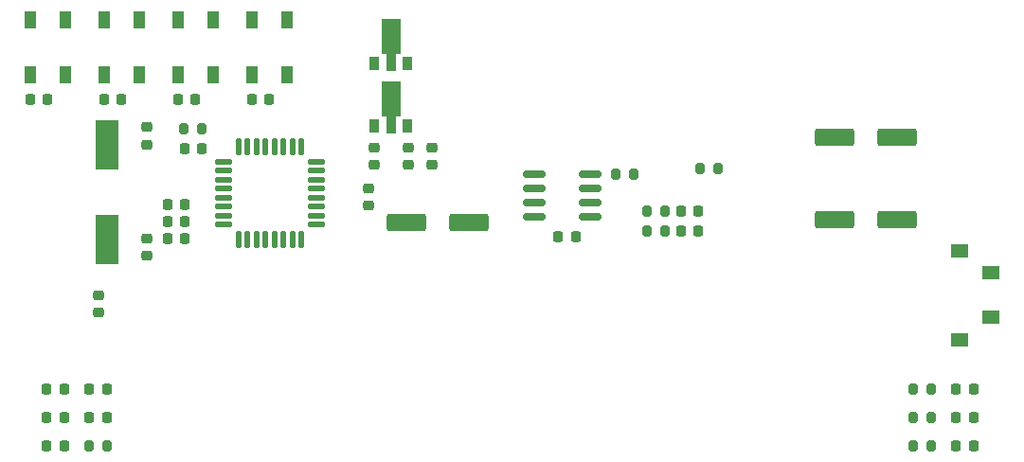
<source format=gbr>
%TF.GenerationSoftware,KiCad,Pcbnew,(6.0.0)*%
%TF.CreationDate,2022-03-21T15:06:36+09:00*%
%TF.ProjectId,MotorDriver base unit,4d6f746f-7244-4726-9976-657220626173,rev?*%
%TF.SameCoordinates,Original*%
%TF.FileFunction,Paste,Top*%
%TF.FilePolarity,Positive*%
%FSLAX46Y46*%
G04 Gerber Fmt 4.6, Leading zero omitted, Abs format (unit mm)*
G04 Created by KiCad (PCBNEW (6.0.0)) date 2022-03-21 15:06:36*
%MOMM*%
%LPD*%
G01*
G04 APERTURE LIST*
G04 Aperture macros list*
%AMRoundRect*
0 Rectangle with rounded corners*
0 $1 Rounding radius*
0 $2 $3 $4 $5 $6 $7 $8 $9 X,Y pos of 4 corners*
0 Add a 4 corners polygon primitive as box body*
4,1,4,$2,$3,$4,$5,$6,$7,$8,$9,$2,$3,0*
0 Add four circle primitives for the rounded corners*
1,1,$1+$1,$2,$3*
1,1,$1+$1,$4,$5*
1,1,$1+$1,$6,$7*
1,1,$1+$1,$8,$9*
0 Add four rect primitives between the rounded corners*
20,1,$1+$1,$2,$3,$4,$5,0*
20,1,$1+$1,$4,$5,$6,$7,0*
20,1,$1+$1,$6,$7,$8,$9,0*
20,1,$1+$1,$8,$9,$2,$3,0*%
%AMFreePoly0*
4,1,9,3.862500,-0.866500,0.737500,-0.866500,0.737500,-0.450000,-0.737500,-0.450000,-0.737500,0.450000,0.737500,0.450000,0.737500,0.866500,3.862500,0.866500,3.862500,-0.866500,3.862500,-0.866500,$1*%
G04 Aperture macros list end*
%ADD10RoundRect,0.250000X-1.500000X-0.550000X1.500000X-0.550000X1.500000X0.550000X-1.500000X0.550000X0*%
%ADD11RoundRect,0.225000X0.250000X-0.225000X0.250000X0.225000X-0.250000X0.225000X-0.250000X-0.225000X0*%
%ADD12RoundRect,0.225000X-0.225000X-0.250000X0.225000X-0.250000X0.225000X0.250000X-0.225000X0.250000X0*%
%ADD13RoundRect,0.225000X0.225000X0.250000X-0.225000X0.250000X-0.225000X-0.250000X0.225000X-0.250000X0*%
%ADD14RoundRect,0.225000X-0.250000X0.225000X-0.250000X-0.225000X0.250000X-0.225000X0.250000X0.225000X0*%
%ADD15RoundRect,0.218750X0.218750X0.256250X-0.218750X0.256250X-0.218750X-0.256250X0.218750X-0.256250X0*%
%ADD16R,1.000000X1.500000*%
%ADD17RoundRect,0.218750X-0.218750X-0.256250X0.218750X-0.256250X0.218750X0.256250X-0.218750X0.256250X0*%
%ADD18RoundRect,0.200000X-0.200000X-0.275000X0.200000X-0.275000X0.200000X0.275000X-0.200000X0.275000X0*%
%ADD19RoundRect,0.200000X0.200000X0.275000X-0.200000X0.275000X-0.200000X-0.275000X0.200000X-0.275000X0*%
%ADD20RoundRect,0.125000X-0.625000X-0.125000X0.625000X-0.125000X0.625000X0.125000X-0.625000X0.125000X0*%
%ADD21RoundRect,0.125000X-0.125000X-0.625000X0.125000X-0.625000X0.125000X0.625000X-0.125000X0.625000X0*%
%ADD22R,2.000000X4.500000*%
%ADD23RoundRect,0.150000X-0.825000X-0.150000X0.825000X-0.150000X0.825000X0.150000X-0.825000X0.150000X0*%
%ADD24R,0.900000X1.300000*%
%ADD25FreePoly0,90.000000*%
%ADD26R,1.600000X1.200000*%
G04 APERTURE END LIST*
D10*
%TO.C,C3*%
X108331000Y-35941000D03*
X113931000Y-35941000D03*
%TD*%
%TO.C,C4*%
X108331000Y-43307000D03*
X113931000Y-43307000D03*
%TD*%
D11*
%TO.C,C5*%
X66675000Y-42050000D03*
X66675000Y-40500000D03*
%TD*%
D10*
%TO.C,C7*%
X70104000Y-43561000D03*
X75704000Y-43561000D03*
%TD*%
D12*
%TO.C,C9*%
X48742000Y-43434000D03*
X50292000Y-43434000D03*
%TD*%
%TO.C,C10*%
X48742000Y-44958000D03*
X50292000Y-44958000D03*
%TD*%
D13*
%TO.C,C12*%
X51816000Y-36957000D03*
X50266000Y-36957000D03*
%TD*%
D12*
%TO.C,C14*%
X36449000Y-32512000D03*
X37999000Y-32512000D03*
%TD*%
%TO.C,C15*%
X43053000Y-32512000D03*
X44603000Y-32512000D03*
%TD*%
D14*
%TO.C,C16*%
X46863000Y-44958000D03*
X46863000Y-46508000D03*
%TD*%
D11*
%TO.C,C17*%
X42545000Y-51575000D03*
X42545000Y-50025000D03*
%TD*%
D12*
%TO.C,C18*%
X49657000Y-32512000D03*
X51207000Y-32512000D03*
%TD*%
D11*
%TO.C,C19*%
X46863000Y-36576000D03*
X46863000Y-35026000D03*
%TD*%
D12*
%TO.C,C20*%
X56261000Y-32512000D03*
X57811000Y-32512000D03*
%TD*%
D15*
%TO.C,D1*%
X120802500Y-60960000D03*
X119227500Y-60960000D03*
%TD*%
%TO.C,D2*%
X120802500Y-58420000D03*
X119227500Y-58420000D03*
%TD*%
D16*
%TO.C,D4*%
X36449000Y-30300000D03*
X39649000Y-30300000D03*
X39649000Y-25400000D03*
X36449000Y-25400000D03*
%TD*%
D17*
%TO.C,D6*%
X94615000Y-44323000D03*
X96190000Y-44323000D03*
%TD*%
D16*
%TO.C,D7*%
X43053000Y-30300000D03*
X46253000Y-30300000D03*
X46253000Y-25400000D03*
X43053000Y-25400000D03*
%TD*%
D17*
%TO.C,D8*%
X94615000Y-42545000D03*
X96190000Y-42545000D03*
%TD*%
D16*
%TO.C,D10*%
X49657000Y-30300000D03*
X52857000Y-30300000D03*
X52857000Y-25400000D03*
X49657000Y-25400000D03*
%TD*%
%TO.C,D13*%
X56261000Y-30300000D03*
X59461000Y-30300000D03*
X59461000Y-25400000D03*
X56261000Y-25400000D03*
%TD*%
D17*
%TO.C,FB1*%
X48717000Y-41910000D03*
X50292000Y-41910000D03*
%TD*%
D18*
%TO.C,R1*%
X115380000Y-60960000D03*
X117030000Y-60960000D03*
%TD*%
%TO.C,R2*%
X115380000Y-58420000D03*
X117030000Y-58420000D03*
%TD*%
%TO.C,R5*%
X91567000Y-44323000D03*
X93217000Y-44323000D03*
%TD*%
%TO.C,R6*%
X91567000Y-42545000D03*
X93217000Y-42545000D03*
%TD*%
%TO.C,R10*%
X88773000Y-39243000D03*
X90423000Y-39243000D03*
%TD*%
D19*
%TO.C,R15*%
X51816000Y-35179000D03*
X50166000Y-35179000D03*
%TD*%
D20*
%TO.C,U2*%
X53731000Y-38110000D03*
X53731000Y-38910000D03*
X53731000Y-39710000D03*
X53731000Y-40510000D03*
X53731000Y-41310000D03*
X53731000Y-42110000D03*
X53731000Y-42910000D03*
X53731000Y-43710000D03*
D21*
X55106000Y-45085000D03*
X55906000Y-45085000D03*
X56706000Y-45085000D03*
X57506000Y-45085000D03*
X58306000Y-45085000D03*
X59106000Y-45085000D03*
X59906000Y-45085000D03*
X60706000Y-45085000D03*
D20*
X62081000Y-43710000D03*
X62081000Y-42910000D03*
X62081000Y-42110000D03*
X62081000Y-41310000D03*
X62081000Y-40510000D03*
X62081000Y-39710000D03*
X62081000Y-38910000D03*
X62081000Y-38110000D03*
D21*
X60706000Y-36735000D03*
X59906000Y-36735000D03*
X59106000Y-36735000D03*
X58306000Y-36735000D03*
X57506000Y-36735000D03*
X56706000Y-36735000D03*
X55906000Y-36735000D03*
X55106000Y-36735000D03*
%TD*%
D22*
%TO.C,Y1*%
X43307000Y-45076000D03*
X43307000Y-36576000D03*
%TD*%
D12*
%TO.C,C13*%
X83680000Y-44831000D03*
X85230000Y-44831000D03*
%TD*%
D23*
%TO.C,U4*%
X81537000Y-39243000D03*
X81537000Y-40513000D03*
X81537000Y-41783000D03*
X81537000Y-43053000D03*
X86487000Y-43053000D03*
X86487000Y-41783000D03*
X86487000Y-40513000D03*
X86487000Y-39243000D03*
%TD*%
D24*
%TO.C,U1*%
X67207000Y-29336000D03*
D25*
X68707000Y-29248500D03*
D24*
X70207000Y-29336000D03*
%TD*%
D14*
%TO.C,C8*%
X70231000Y-36830000D03*
X70231000Y-38380000D03*
%TD*%
%TO.C,C11*%
X67183000Y-36830000D03*
X67183000Y-38380000D03*
%TD*%
D24*
%TO.C,U3*%
X67207000Y-34924000D03*
D25*
X68707000Y-34836500D03*
D24*
X70207000Y-34924000D03*
%TD*%
D17*
%TO.C,D51*%
X37947500Y-60960000D03*
X39522500Y-60960000D03*
%TD*%
%TO.C,D52*%
X37947500Y-58420000D03*
X39522500Y-58420000D03*
%TD*%
D15*
%TO.C,R65*%
X43332500Y-60960000D03*
X41757500Y-60960000D03*
%TD*%
%TO.C,R66*%
X43332500Y-58420000D03*
X41757500Y-58420000D03*
%TD*%
D19*
%TO.C,R69*%
X97980000Y-38735000D03*
X96330000Y-38735000D03*
%TD*%
D26*
%TO.C,SW2*%
X119507000Y-54038000D03*
X122307000Y-52038000D03*
X122307000Y-48038000D03*
X119507000Y-46038000D03*
%TD*%
D17*
%TO.C,D3*%
X37947500Y-63500000D03*
X39522500Y-63500000D03*
%TD*%
D15*
%TO.C,D5*%
X120802500Y-63500000D03*
X119227500Y-63500000D03*
%TD*%
D19*
%TO.C,R3*%
X43370000Y-63500000D03*
X41720000Y-63500000D03*
%TD*%
D18*
%TO.C,R4*%
X115380000Y-63500000D03*
X117030000Y-63500000D03*
%TD*%
D14*
%TO.C,C2*%
X72390000Y-36830000D03*
X72390000Y-38380000D03*
%TD*%
M02*

</source>
